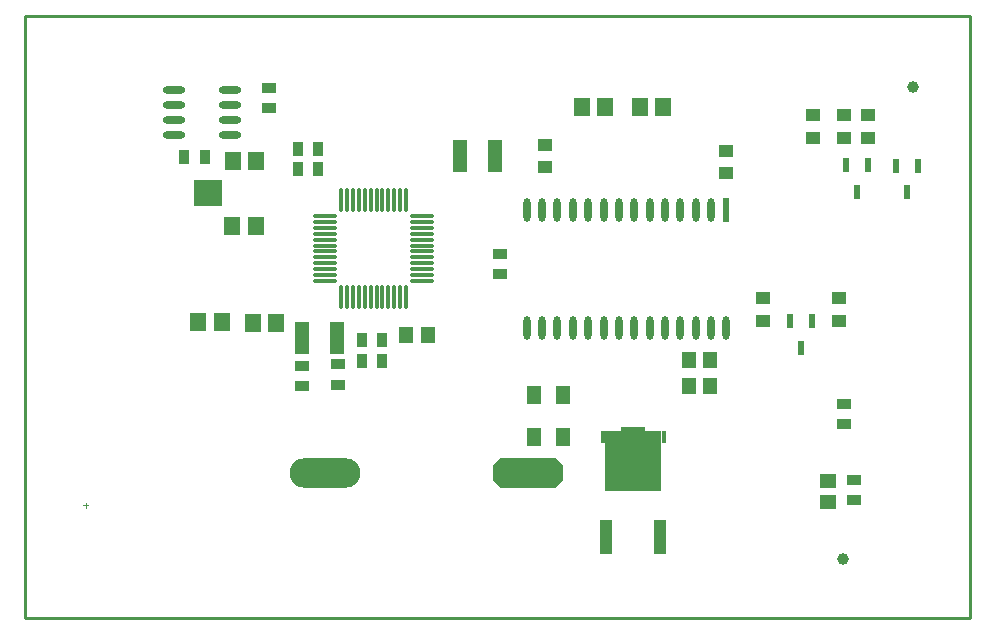
<source format=gtp>
%FSLAX25Y25*%
%MOIN*%
G70*
G01*
G75*
G04 Layer_Color=8421504*
%ADD10C,0.03937*%
%ADD11R,0.05315X0.06102*%
%ADD12O,0.07480X0.02362*%
%ADD13O,0.08268X0.01181*%
%ADD14O,0.01181X0.08268*%
%ADD15R,0.04528X0.10630*%
%ADD16R,0.04528X0.05709*%
%ADD17R,0.05118X0.03347*%
%ADD18O,0.23622X0.09843*%
G04:AMPARAMS|DCode=19|XSize=98.43mil|YSize=236.22mil|CornerRadius=0mil|HoleSize=0mil|Usage=FLASHONLY|Rotation=90.000|XOffset=0mil|YOffset=0mil|HoleType=Round|Shape=Octagon|*
%AMOCTAGOND19*
4,1,8,-0.11811,-0.02461,-0.11811,0.02461,-0.09350,0.04921,0.09350,0.04921,0.11811,0.02461,0.11811,-0.02461,0.09350,-0.04921,-0.09350,-0.04921,-0.11811,-0.02461,0.0*
%
%ADD19OCTAGOND19*%

%ADD20R,0.05118X0.05906*%
%ADD21R,0.03347X0.05118*%
%ADD22R,0.09213X0.08600*%
%ADD23R,0.02362X0.04528*%
%ADD24R,0.02362X0.07874*%
%ADD25O,0.02362X0.07874*%
%ADD26R,0.18898X0.20079*%
%ADD27R,0.03937X0.11811*%
%ADD28R,0.07874X0.01575*%
%ADD29R,0.01575X0.03937*%
%ADD30R,0.04724X0.03937*%
%ADD31R,0.05709X0.04528*%
%ADD32C,0.03937*%
%ADD33C,0.00800*%
%ADD34C,0.01500*%
%ADD35C,0.05000*%
%ADD36C,0.02000*%
%ADD37C,0.03000*%
%ADD38C,0.01200*%
%ADD39C,0.01000*%
%ADD40C,0.04000*%
%ADD41C,0.00394*%
%ADD42C,0.05906*%
%ADD43R,0.05906X0.05906*%
%ADD44C,0.04331*%
%ADD45O,0.05000X0.04000*%
%ADD46C,0.05000*%
%ADD47C,0.07087*%
%ADD48C,0.05315*%
%ADD49C,0.06299*%
%ADD50C,0.10630*%
%ADD51R,0.10630X0.10630*%
%ADD52C,0.08661*%
%ADD53C,0.02400*%
%ADD54C,0.03600*%
%ADD55R,0.03937X0.04724*%
%ADD56R,0.04331X0.05512*%
%ADD57R,0.04724X0.03150*%
%ADD58O,0.07874X0.02400*%
%ADD59O,0.07874X0.02402*%
%ADD60R,0.05512X0.04331*%
%ADD61R,0.09055X0.09055*%
%ADD62C,0.02362*%
%ADD63C,0.00984*%
%ADD64C,0.00787*%
%ADD65C,0.01575*%
%ADD66C,0.00700*%
%ADD67R,0.08000X0.01075*%
%ADD68R,0.07284X0.03866*%
D11*
X76857Y130794D02*
D03*
X68983D02*
D03*
X69183Y152594D02*
D03*
X77057D02*
D03*
X57583Y98694D02*
D03*
X65457D02*
D03*
X83657Y98594D02*
D03*
X75783D02*
D03*
X204783Y170594D02*
D03*
X212657D02*
D03*
X185483D02*
D03*
X193357D02*
D03*
D12*
X68172Y160994D02*
D03*
Y165994D02*
D03*
Y170994D02*
D03*
Y175994D02*
D03*
X49668Y160994D02*
D03*
Y165994D02*
D03*
Y170994D02*
D03*
Y175994D02*
D03*
D13*
X99978Y134121D02*
D03*
Y132152D02*
D03*
Y130183D02*
D03*
Y128215D02*
D03*
Y126247D02*
D03*
Y124278D02*
D03*
Y122309D02*
D03*
Y120341D02*
D03*
Y118372D02*
D03*
Y116404D02*
D03*
Y114435D02*
D03*
Y112467D02*
D03*
X132261D02*
D03*
Y114435D02*
D03*
Y116404D02*
D03*
Y118372D02*
D03*
Y120341D02*
D03*
Y122309D02*
D03*
Y124278D02*
D03*
Y126247D02*
D03*
Y128215D02*
D03*
Y130183D02*
D03*
Y132152D02*
D03*
Y134121D02*
D03*
D14*
X105293Y107152D02*
D03*
X107261D02*
D03*
X109230D02*
D03*
X111198D02*
D03*
X113167D02*
D03*
X115135D02*
D03*
X117104D02*
D03*
X119072D02*
D03*
X121041D02*
D03*
X123010D02*
D03*
X124978D02*
D03*
X126946D02*
D03*
Y139435D02*
D03*
X124978D02*
D03*
X123010D02*
D03*
X121041D02*
D03*
X119072D02*
D03*
X117104D02*
D03*
X115135D02*
D03*
X113167D02*
D03*
X111198D02*
D03*
X109230D02*
D03*
X107261D02*
D03*
X105293D02*
D03*
D15*
X156725Y153994D02*
D03*
X144914D02*
D03*
X104025Y93494D02*
D03*
X92214D02*
D03*
D16*
X127076Y94494D02*
D03*
X134163D02*
D03*
X228263Y85994D02*
D03*
X221176D02*
D03*
X228263Y77594D02*
D03*
X221176D02*
D03*
D17*
X104120Y77947D02*
D03*
Y84640D02*
D03*
X92420Y77547D02*
D03*
Y84240D02*
D03*
X81220Y176940D02*
D03*
Y170247D02*
D03*
X272820Y71340D02*
D03*
Y64647D02*
D03*
X158220Y114747D02*
D03*
Y121440D02*
D03*
X276420Y39347D02*
D03*
Y46040D02*
D03*
D18*
X99868Y48594D02*
D03*
D19*
X167584D02*
D03*
D20*
X169720Y60394D02*
D03*
Y74394D02*
D03*
X179320Y60494D02*
D03*
Y74494D02*
D03*
D21*
X53073Y153694D02*
D03*
X59766D02*
D03*
X112273Y85794D02*
D03*
X118966D02*
D03*
X118966Y92794D02*
D03*
X112273D02*
D03*
X90773Y156494D02*
D03*
X97466D02*
D03*
X97466Y149894D02*
D03*
X90773D02*
D03*
D22*
X61020Y141694D02*
D03*
D23*
X277320Y142265D02*
D03*
X273580Y151123D02*
D03*
X281060D02*
D03*
X293920Y142065D02*
D03*
X290179Y150923D02*
D03*
X297660D02*
D03*
X258620Y90265D02*
D03*
X254879Y99123D02*
D03*
X262360D02*
D03*
D24*
X233720Y136094D02*
D03*
D25*
X228602D02*
D03*
X223483D02*
D03*
X218365D02*
D03*
X213247D02*
D03*
X208129D02*
D03*
X203011D02*
D03*
X197893D02*
D03*
X192775D02*
D03*
X187657D02*
D03*
X182539D02*
D03*
X177420D02*
D03*
X172302D02*
D03*
X167184D02*
D03*
X233720Y96724D02*
D03*
X228602D02*
D03*
X223483D02*
D03*
X218365D02*
D03*
X213247D02*
D03*
X208129D02*
D03*
X203011D02*
D03*
X197893D02*
D03*
X192775D02*
D03*
X187657D02*
D03*
X182539D02*
D03*
X177420D02*
D03*
X172302D02*
D03*
X167184D02*
D03*
D26*
X202720Y52377D02*
D03*
D27*
X193724Y26983D02*
D03*
X211716D02*
D03*
D28*
X202720Y63204D02*
D03*
D29*
X192483Y60448D02*
D03*
X212956D02*
D03*
D30*
X233720Y148354D02*
D03*
Y155834D02*
D03*
X272820Y167634D02*
D03*
Y160153D02*
D03*
X281020Y167634D02*
D03*
Y160153D02*
D03*
X262620Y160254D02*
D03*
Y167734D02*
D03*
X271320Y99154D02*
D03*
Y106634D02*
D03*
X245920D02*
D03*
Y99154D02*
D03*
X173420Y157934D02*
D03*
Y150453D02*
D03*
D31*
X267720Y45937D02*
D03*
Y38850D02*
D03*
D32*
X296063Y177165D02*
D03*
X272441Y19685D02*
D03*
D39*
X0Y0D02*
X314961D01*
Y200787D01*
X0D02*
X314961D01*
X0Y0D02*
Y200787D01*
D41*
X20120Y36906D02*
Y38481D01*
X19332Y37694D02*
X20907D01*
M02*

</source>
